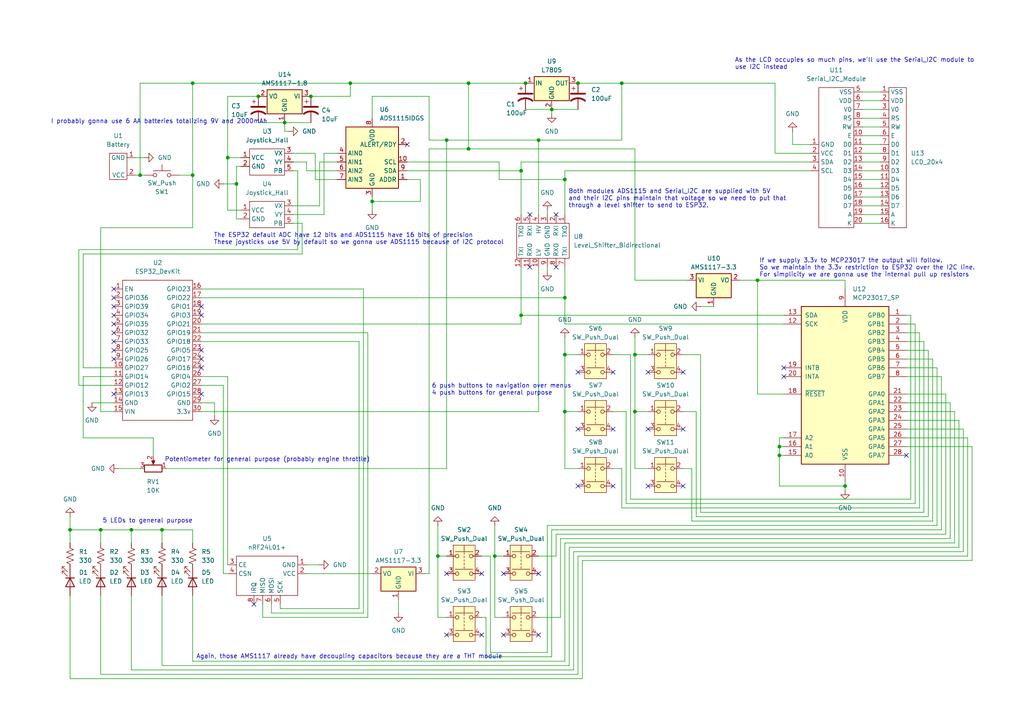
<source format=kicad_sch>
(kicad_sch (version 20250114) (generator "eeschema") (generator_version "9.0")
  (paper "A4")
  (title_block (title "Remote Control") (date "2025-09-07") (rev "0.0.1") (company "Breno Soares Alves"))
  (lib_symbols
    (symbol "Analog_ADC:ADS1115IDGS"
      (property "Reference" "U" (at 2.54 13.97 0))
      (property "Value" "ADS1115IDGS" (at 7.62 11.43 0))
      (symbol "ADS1115IDGS_1_1"
        (pin input line (at -10.16 2.54 0) (length 2.54) (name "AIN0") (number "4"))
        (pin input line (at -10.16 0 0) (length 2.54) (name "AIN1") (number "5"))
        (pin input line (at -10.16 -2.54 0) (length 2.54) (name "AIN2") (number "6"))
        (pin input line (at -10.16 -5.08 0) (length 2.54) (name "AIN3") (number "7"))
        (pin power_in line (at 0 12.7 270) (length 2.54) (name "VDD") (number "8"))
        (pin power_in line (at 0 -10.16 90) (length 2.54) (name "GND") (number "3"))
        (pin output line (at 10.16 5.08 180) (length 2.54) (name "ALERT/RDY") (number "2"))
        (pin input line (at 10.16 0 180) (length 2.54) (name "SCL") (number "10"))
        (pin bidirectional line (at 10.16 -2.54 180) (length 2.54) (name "SDA") (number "9"))
        (pin input line (at 10.16 -5.08 180) (length 2.54) (name "ADDR") (number "1"))
      )
    )
    (symbol "Device:C_Polarized_US" (pin_numbers (hide yes)) (pin_names (offset 0.254) (hide yes))
      (property "Reference" "C" (at 0.635 2.54 0))
      (property "Value" "C_Polarized_US" (at 0.635 -2.54 0))
      (symbol "C_Polarized_US_1_1"
        (pin passive line (at 0 3.81 270) (length 2.794) (name "~") (number "1"))
        (pin passive line (at 0 -3.81 90) (length 3.302) (name "~") (number "2"))
      )
    )
    (symbol "Device:LED" (pin_numbers (hide yes)) (pin_names (offset 1.016) (hide yes))
      (property "Reference" "D" (at 0 2.54 0))
      (property "Value" "LED" (at 0 -2.54 0))
      (symbol "LED_1_1"
        (pin passive line (at -3.81 0 0) (length 2.54) (name "K") (number "1"))
        (pin passive line (at 3.81 0 180) (length 2.54) (name "A") (number "2"))
      )
    )
    (symbol "Device:R_Potentiometer" (pin_names (offset 1.016) (hide yes))
      (property "Reference" "RV" (at -4.445 0 90))
      (property "Value" "R_Potentiometer" (at -2.54 0 90))
      (symbol "R_Potentiometer_1_1"
        (pin passive line (at 0 3.81 270) (length 1.27) (name "1") (number "1"))
        (pin passive line (at 0 -3.81 90) (length 1.27) (name "3") (number "3"))
        (pin passive line (at 3.81 0 180) (length 1.27) (name "2") (number "2"))
      )
    )
    (symbol "Device:R_US" (pin_numbers (hide yes)) (pin_names (offset 0))
      (property "Reference" "R" (at 2.54 0 90))
      (property "Value" "R_US" (at -2.54 0 90))
      (symbol "R_US_1_1"
        (pin passive line (at 0 3.81 270) (length 1.27) (name "~") (number "1"))
        (pin passive line (at 0 -3.81 90) (length 1.27) (name "~") (number "2"))
      )
    )
    (symbol "Interface_Expansion:MCP23017_SP" (pin_names (offset 1.016))
      (property "Reference" "U" (at -11.43 24.13 0))
      (property "Value" "MCP23017_SP" (at 0 0 0))
      (symbol "MCP23017_SP_1_1"
        (pin bidirectional line (at -17.78 20.32 0) (length 5.08) (name "SDA") (number "13"))
        (pin input line (at -17.78 17.78 0) (length 5.08) (name "SCK") (number "12"))
        (pin tri_state line (at -17.78 5.08 0) (length 5.08) (name "INTB") (number "19"))
        (pin tri_state line (at -17.78 2.54 0) (length 5.08) (name "INTA") (number "20"))
        (pin input line (at -17.78 -2.54 0) (length 5.08) (name "~{RESET}") (number "18"))
        (pin input line (at -17.78 -15.24 0) (length 5.08) (name "A2") (number "17"))
        (pin input line (at -17.78 -17.78 0) (length 5.08) (name "A1") (number "16"))
        (pin input line (at -17.78 -20.32 0) (length 5.08) (name "A0") (number "15"))
        (pin no_connect line (at -12.7 15.24 0) (length 5.08) (hide yes) (name "NC") (number "11"))
        (pin no_connect line (at -12.7 12.7 0) (length 5.08) (hide yes) (name "NC") (number "14"))
        (pin power_in line (at 0 27.94 270) (length 5.08) (name "VDD") (number "9"))
        (pin power_in line (at 0 -27.94 90) (length 5.08) (name "VSS") (number "10"))
        (pin bidirectional line (at 17.78 20.32 180) (length 5.08) (name "GPB0") (number "1"))
        (pin bidirectional line (at 17.78 17.78 180) (length 5.08) (name "GPB1") (number "2"))
        (pin bidirectional line (at 17.78 15.24 180) (length 5.08) (name "GPB2") (number "3"))
        (pin bidirectional line (at 17.78 12.7 180) (length 5.08) (name "GPB3") (number "4"))
        (pin bidirectional line (at 17.78 10.16 180) (length 5.08) (name "GPB4") (number "5"))
        (pin bidirectional line (at 17.78 7.62 180) (length 5.08) (name "GPB5") (number "6"))
        (pin bidirectional line (at 17.78 5.08 180) (length 5.08) (name "GPB6") (number "7"))
        (pin output line (at 17.78 2.54 180) (length 5.08) (name "GPB7") (number "8"))
        (pin bidirectional line (at 17.78 -2.54 180) (length 5.08) (name "GPA0") (number "21"))
        (pin bidirectional line (at 17.78 -5.08 180) (length 5.08) (name "GPA1") (number "22"))
        (pin bidirectional line (at 17.78 -7.62 180) (length 5.08) (name "GPA2") (number "23"))
        (pin bidirectional line (at 17.78 -10.16 180) (length 5.08) (name "GPA3") (number "24"))
        (pin bidirectional line (at 17.78 -12.7 180) (length 5.08) (name "GPA4") (number "25"))
        (pin bidirectional line (at 17.78 -15.24 180) (length 5.08) (name "GPA5") (number "26"))
        (pin bidirectional line (at 17.78 -17.78 180) (length 5.08) (name "GPA6") (number "27"))
        (pin output line (at 17.78 -20.32 180) (length 5.08) (name "GPA7") (number "28"))
      )
    )
    (symbol "Regulator_Linear:AMS1117-1.8"
      (property "Reference" "U" (at -3.81 3.175 0))
      (property "Value" "AMS1117-1.8" (at 0 3.175 0))
      (symbol "AMS1117-1.8_1_1"
        (pin power_in line (at -7.62 0 0) (length 2.54) (name "VI") (number "3"))
        (pin power_in line (at 0 -7.62 90) (length 2.54) (name "GND") (number "1"))
        (pin power_out line (at 7.62 0 180) (length 2.54) (name "VO") (number "2"))
      )
    )
    (symbol "Regulator_Linear:AMS1117-3.3"
      (property "Reference" "U" (at -3.81 3.175 0))
      (property "Value" "AMS1117-3.3" (at 0 3.175 0))
      (symbol "AMS1117-3.3_1_1"
        (pin power_in line (at -7.62 0 0) (length 2.54) (name "VI") (number "3"))
        (pin power_in line (at 0 -7.62 90) (length 2.54) (name "GND") (number "1"))
        (pin power_out line (at 7.62 0 180) (length 2.54) (name "VO") (number "2"))
      )
    )
    (symbol "Regulator_Linear:L7805" (pin_names (offset 0.254))
      (property "Reference" "U" (at -3.81 3.175 0))
      (property "Value" "L7805" (at 0 3.175 0))
      (symbol "L7805_1_1"
        (pin power_in line (at -7.62 0 0) (length 2.54) (name "IN") (number "1"))
        (pin power_in line (at 0 -7.62 90) (length 2.54) (name "GND") (number "2"))
        (pin power_out line (at 7.62 0 180) (length 2.54) (name "OUT") (number "3"))
      )
    )
    (symbol "Switch:SW_Push" (pin_numbers (hide yes)) (pin_names (offset 1.016) (hide yes))
      (property "Reference" "SW" (at 1.27 2.54 0))
      (property "Value" "SW_Push" (at 0 -1.524 0))
      (symbol "SW_Push_0_1"
        (pin passive line (at -5.08 0 0) (length 2.54) (name "1") (number "1"))
        (pin passive line (at 5.08 0 180) (length 2.54) (name "2") (number "2"))
      )
    )
    (symbol "Switch:SW_Push_Dual" (pin_names (offset 1.016) (hide yes))
      (property "Reference" "SW" (at 0 7.62 0))
      (property "Value" "SW_Push_Dual" (at 0 -6.35 0))
      (symbol "SW_Push_Dual_0_1"
        (pin passive line (at -5.08 2.54 0) (length 2.54) (name "1") (number "1"))
        (pin passive line (at -5.08 -2.54 0) (length 2.54) (name "3") (number "3"))
        (pin passive line (at 5.08 2.54 180) (length 2.54) (name "2") (number "2"))
        (pin passive line (at 5.08 -2.54 180) (length 2.54) (name "4") (number "4"))
      )
    )
    (symbol "airplane_comps:Battery"
      (property "Reference" "U" (at 0 7.62 0))
      (property "Value" "Battery" (at 0 5.08 0))
      (symbol "Battery_1_1"
        (pin bidirectional line (at 5.08 2.54 180) (length 2.54) (name "GND") (number "1"))
        (pin bidirectional line (at 5.08 -2.54 180) (length 2.54) (name "VCC") (number "2"))
      )
    )
    (symbol "airplane_comps:ESP32_DevKit"
      (property "Reference" "U" (at 0 24.13 0))
      (property "Value" "ESP32_DevKit" (at 0 21.59 0))
      (symbol "ESP32_DevKit_1_1"
        (pin bidirectional line (at -12.7 17.78 0) (length 2.54) (name "EN") (number "1"))
        (pin bidirectional line (at -12.7 15.24 0) (length 2.54) (name "GPIO36") (number "2"))
        (pin bidirectional line (at -12.7 12.7 0) (length 2.54) (name "GPIO39") (number "3"))
        (pin bidirectional line (at -12.7 10.16 0) (length 2.54) (name "GPIO34") (number "4"))
        (pin bidirectional line (at -12.7 7.62 0) (length 2.54) (name "GPIO35") (number "5"))
        (pin bidirectional line (at -12.7 5.08 0) (length 2.54) (name "GPIO32") (number "6"))
        (pin bidirectional line (at -12.7 2.54 0) (length 2.54) (name "GPIO33") (number "7"))
        (pin bidirectional line (at -12.7 0 0) (length 2.54) (name "GPIO25") (number "8"))
        (pin bidirectional line (at -12.7 -2.54 0) (length 2.54) (name "GPIO26") (number "9"))
        (pin bidirectional line (at -12.7 -5.08 0) (length 2.54) (name "GPIO27") (number "10"))
        (pin bidirectional line (at -12.7 -7.62 0) (length 2.54) (name "GPIO14") (number "11"))
        (pin bidirectional line (at -12.7 -10.16 0) (length 2.54) (name "GPIO12") (number "12"))
        (pin bidirectional line (at -12.7 -12.7 0) (length 2.54) (name "GPIO13") (number "13"))
        (pin bidirectional line (at -12.7 -15.24 0) (length 2.54) (name "GND") (number "14"))
        (pin bidirectional line (at -12.7 -17.78 0) (length 2.54) (name "VIN") (number "15"))
        (pin bidirectional line (at 12.7 17.78 180) (length 2.54) (name "GPIO23") (number "16"))
        (pin bidirectional line (at 12.7 15.24 180) (length 2.54) (name "GPIO22") (number "17"))
        (pin bidirectional line (at 12.7 12.7 180) (length 2.54) (name "GPIO1") (number "18"))
        (pin bidirectional line (at 12.7 10.16 180) (length 2.54) (name "GPIO3") (number "19"))
        (pin bidirectional line (at 12.7 7.62 180) (length 2.54) (name "GPIO21") (number "20"))
        (pin bidirectional line (at 12.7 5.08 180) (length 2.54) (name "GPIO19") (number "21"))
        (pin bidirectional line (at 12.7 2.54 180) (length 2.54) (name "GPIO18") (number "22"))
        (pin bidirectional line (at 12.7 0 180) (length 2.54) (name "GPIO5") (number "23"))
        (pin bidirectional line (at 12.7 -2.54 180) (length 2.54) (name "GPIO17") (number "24"))
        (pin bidirectional line (at 12.7 -5.08 180) (length 2.54) (name "GPIO16") (number "25"))
        (pin bidirectional line (at 12.7 -7.62 180) (length 2.54) (name "GPIO4") (number "26"))
        (pin bidirectional line (at 12.7 -10.16 180) (length 2.54) (name "GPIO2") (number "27"))
        (pin bidirectional line (at 12.7 -12.7 180) (length 2.54) (name "GPIO15") (number "28"))
        (pin bidirectional line (at 12.7 -15.24 180) (length 2.54) (name "GND") (number "29"))
        (pin bidirectional line (at 12.7 -17.78 180) (length 2.54) (name "3.3v") (number "30"))
      )
    )
    (symbol "airplane_comps:Joystick_Hall"
      (property "Reference" "U" (at 0 7.62 0))
      (property "Value" "Joystick_Hall" (at 0 5.08 0))
      (symbol "Joystick_Hall_1_1"
        (pin bidirectional line (at -7.62 1.27 0) (length 2.54) (name "VCC") (number "1"))
        (pin bidirectional line (at -7.62 -1.27 0) (length 2.54) (name "GND") (number "2"))
        (pin bidirectional line (at 7.62 2.54 180) (length 2.54) (name "VX") (number "3"))
        (pin bidirectional line (at 7.62 0 180) (length 2.54) (name "VY") (number "4"))
        (pin bidirectional line (at 7.62 -2.54 180) (length 2.54) (name "PB") (number "5"))
      )
    )
    (symbol "airplane_comps:LCD_20x4"
      (property "Reference" "U" (at 0 24.13 0))
      (property "Value" "LCD_20x4" (at 0 21.59 0))
      (symbol "LCD_20x4_1_1"
        (pin bidirectional line (at 5.08 19.05 180) (length 2.54) (name "VSS") (number "1"))
        (pin bidirectional line (at 5.08 16.51 180) (length 2.54) (name "VDD") (number "2"))
        (pin bidirectional line (at 5.08 13.97 180) (length 2.54) (name "V0") (number "3"))
        (pin bidirectional line (at 5.08 11.43 180) (length 2.54) (name "RS") (number "4"))
        (pin bidirectional line (at 5.08 8.89 180) (length 2.54) (name "RW") (number "5"))
        (pin bidirectional line (at 5.08 6.35 180) (length 2.54) (name "E") (number "6"))
        (pin bidirectional line (at 5.08 3.81 180) (length 2.54) (name "D0") (number "7"))
        (pin bidirectional line (at 5.08 1.27 180) (length 2.54) (name "D1") (number "8"))
        (pin bidirectional line (at 5.08 -1.27 180) (length 2.54) (name "D2") (number "9"))
        (pin bidirectional line (at 5.08 -3.81 180) (length 2.54) (name "D3") (number "10"))
        (pin bidirectional line (at 5.08 -6.35 180) (length 2.54) (name "D4") (number "11"))
        (pin bidirectional line (at 5.08 -8.89 180) (length 2.54) (name "D5") (number "12"))
        (pin bidirectional line (at 5.08 -11.43 180) (length 2.54) (name "D6") (number "13"))
        (pin bidirectional line (at 5.08 -13.97 180) (length 2.54) (name "D7") (number "14"))
        (pin bidirectional line (at 5.08 -16.51 180) (length 2.54) (name "A") (number "15"))
        (pin bidirectional line (at 5.08 -19.05 180) (length 2.54) (name "K") (number "16"))
      )
    )
    (symbol "airplane_comps:Level_Shifter_Bidirectional"
      (property "Reference" "U" (at 0 11.43 0))
      (property "Value" "Level_Shifter_Bidirectional" (at 0 8.89 0))
      (symbol "Level_Shifter_Bidirectional_1_1"
        (pin bidirectional line (at -7.62 6.35 0) (length 2.54) (name "TXO") (number "1"))
        (pin bidirectional line (at -7.62 3.81 0) (length 2.54) (name "RXI") (number "2"))
        (pin bidirectional line (at -7.62 1.27 0) (length 2.54) (name "GND") (number "3"))
        (pin bidirectional line (at -7.62 -1.27 0) (length 2.54) (name "HV") (number "4"))
        (pin bidirectional line (at -7.62 -3.81 0) (length 2.54) (name "RXI") (number "5"))
        (pin bidirectional line (at -7.62 -6.35 0) (length 2.54) (name "TXO") (number "6"))
        (pin bidirectional line (at 7.62 6.35 180) (length 2.54) (name "TXI") (number "7"))
        (pin bidirectional line (at 7.62 3.81 180) (length 2.54) (name "RXO") (number "8"))
        (pin bidirectional line (at 7.62 1.27 180) (length 2.54) (name "GND") (number "9"))
        (pin bidirectional line (at 7.62 -1.27 180) (length 2.54) (name "LV") (number "10"))
        (pin bidirectional line (at 7.62 -3.81 180) (length 2.54) (name "RXO") (number "11"))
        (pin bidirectional line (at 7.62 -6.35 180) (length 2.54) (name "TXI") (number "12"))
      )
    )
    (symbol "airplane_comps:Serial_I2C_Module"
      (property "Reference" "U" (at 0 24.13 0))
      (property "Value" "Serial_I2C_Module" (at 0 21.59 0))
      (symbol "Serial_I2C_Module_1_1"
        (pin bidirectional line (at -7.62 3.81 0) (length 2.54) (name "GND") (number "1"))
        (pin bidirectional line (at -7.62 1.27 0) (length 2.54) (name "VCC") (number "2"))
        (pin bidirectional line (at -7.62 -1.27 0) (length 2.54) (name "SDA") (number "3"))
        (pin bidirectional line (at -7.62 -3.81 0) (length 2.54) (name "SCL") (number "4"))
        (pin bidirectional line (at 7.62 19.05 180) (length 2.54) (name "VSS") (number "5"))
        (pin bidirectional line (at 7.62 16.51 180) (length 2.54) (name "VDD") (number "6"))
        (pin bidirectional line (at 7.62 13.97 180) (length 2.54) (name "V0") (number "7"))
        (pin bidirectional line (at 7.62 11.43 180) (length 2.54) (name "RS") (number "8"))
        (pin bidirectional line (at 7.62 8.89 180) (length 2.54) (name "RW") (number "9"))
        (pin bidirectional line (at 7.62 6.35 180) (length 2.54) (name "E") (number "10"))
        (pin bidirectional line (at 7.62 3.81 180) (length 2.54) (name "D0") (number "11"))
        (pin bidirectional line (at 7.62 1.27 180) (length 2.54) (name "D1") (number "12"))
        (pin bidirectional line (at 7.62 -1.27 180) (length 2.54) (name "D2") (number "13"))
        (pin bidirectional line (at 7.62 -3.81 180) (length 2.54) (name "D3") (number "14"))
        (pin bidirectional line (at 7.62 -6.35 180) (length 2.54) (name "D4") (number "15"))
        (pin bidirectional line (at 7.62 -8.89 180) (length 2.54) (name "D5") (number "16"))
        (pin bidirectional line (at 7.62 -11.43 180) (length 2.54) (name "D6") (number "17"))
        (pin bidirectional line (at 7.62 -13.97 180) (length 2.54) (name "D7") (number "18"))
        (pin bidirectional line (at 7.62 -16.51 180) (length 2.54) (name "A") (number "19"))
        (pin bidirectional line (at 7.62 -19.05 180) (length 2.54) (name "K") (number "20"))
      )
    )
    (symbol "airplane_comps:nRF24L01+"
      (property "Reference" "U" (at 0 8.89 0))
      (property "Value" "nRF24L01+" (at 0 6.35 0))
      (symbol "nRF24L01+_1_1"
        (pin bidirectional line (at -11.43 2.54 0) (length 2.54) (name "GND") (number "1"))
        (pin bidirectional line (at -11.43 0 0) (length 2.54) (name "VCC") (number "2"))
        (pin bidirectional line (at -3.81 -8.89 90) (length 2.54) (name "SCK") (number "5"))
        (pin bidirectional line (at -1.27 -8.89 90) (length 2.54) (name "MOSI") (number "6"))
        (pin bidirectional line (at 1.27 -8.89 90) (length 2.54) (name "MISO") (number "7"))
        (pin bidirectional line (at 3.81 -8.89 90) (length 2.54) (name "IRQ") (number "8"))
        (pin bidirectional line (at 11.43 2.54 180) (length 2.54) (name "CE") (number "3"))
        (pin bidirectional line (at 11.43 0 180) (length 2.54) (name "CSN") (number "4"))
      )
    )
    (symbol "power:GND" (power) (pin_numbers (hide yes)) (pin_names (offset 0) (hide yes))
      (property "Value" "GND" (at 0 -3.81 0))
      (symbol "GND_1_1"
        (pin power_in line (at 0 0 270) (length 0) (name "~") (number "1"))
      )
    )
  )
  (text "I probably gonna use 6 AA batteries totalizing 9V and 2000mAh" (at 14.732 35.306 0) (effects (font (size 1.27 1.27)) (justify left)))
  (text "The ESP32 default ADC have 12 bits and ADS1115 have 16 bits of precision\nThese joysticks use 5V by default so we gonna use ADS1115 because of I2C protocol" (at 61.976 69.342 0) (effects (font (size 1.27 1.27)) (justify left)))
  (text "Again, those AMS1117 already have decoupling capacitors because they are a THT module\n" (at 56.896 190.5 0) (effects (font (size 1.27 1.27)) (justify left)))
  (text "Potentiometer for general purpose (probably engine throttle)" (at 47.752 133.35 0) (effects (font (size 1.27 1.27)) (justify left)))
  (text "Both modules ADS1115 and Serial_I2C are supplied with 5V\nand their I2C pins maintain that voltage so we need to put that\nthrough a level shifter to send to ESP32." (at 164.846 57.658 0) (effects (font (size 1.27 1.27)) (justify left)))
  (text "As the LCD occupies so much pins, we'll use the Serial_I2C module to\nuse I2C instead" (at 213.106 18.542 0) (effects (font (size 1.27 1.27)) (justify left)))
  (text "5 LEDs to general purpose" (at 29.718 151.13 0) (effects (font (size 1.27 1.27)) (justify left)))
  (text "6 push buttons to navigation over menus\n4 push buttons for general purpose" (at 125.222 113.03 0) (effects (font (size 1.27 1.27)) (justify left)))
  (text "If we supply 3.3v to MCP23017 the output will follow.\nSo we maintain the 3.3v restriction to ESP32 over the I2C line.\nFor simplicity we are gonna use the internal pull up resistors" (at 220.218 77.724 0) (effects (font (size 1.27 1.27)) (justify left)))
  (junction (at 135.89 24.13))
  (junction (at 143.51 161.29))
  (junction (at 46.99 153.67))
  (junction (at 20.32 153.67))
  (junction (at 226.06 132.08))
  (junction (at 163.83 86.36))
  (junction (at 82.55 35.56))
  (junction (at 180.34 24.13))
  (junction (at 163.83 102.87))
  (junction (at 245.11 140.97))
  (junction (at 66.04 45.72))
  (junction (at 129.54 40.64))
  (junction (at 156.21 40.64))
  (junction (at 184.15 102.87))
  (junction (at 184.15 119.38))
  (junction (at 163.83 119.38))
  (junction (at 151.13 91.44))
  (junction (at 107.95 58.42))
  (junction (at 160.02 31.75))
  (junction (at 74.93 27.94))
  (junction (at 55.88 24.13))
  (junction (at 219.71 81.28))
  (junction (at 40.64 50.8))
  (junction (at 38.1 153.67))
  (junction (at 163.83 52.07))
  (junction (at 55.88 50.8))
  (junction (at 151.13 49.53))
  (junction (at 135.89 43.18))
  (junction (at 101.6 24.13))
  (junction (at 226.06 129.54))
  (junction (at 90.17 27.94))
  (junction (at 167.64 24.13))
  (junction (at 29.21 153.67))
  (junction (at 152.4 24.13))
  (junction (at 127 161.29))
  (junction (at 68.58 53.34))
  (no_connect (at 33.02 93.98))
  (no_connect (at 33.02 88.9))
  (no_connect (at 33.02 86.36))
  (no_connect (at 177.8 140.97))
  (no_connect (at 167.64 124.46))
  (no_connect (at 177.8 124.46))
  (no_connect (at 153.67 77.47))
  (no_connect (at 262.89 132.08))
  (no_connect (at 58.42 114.3))
  (no_connect (at 153.67 62.23))
  (no_connect (at 198.12 140.97))
  (no_connect (at 167.64 140.97))
  (no_connect (at 187.96 140.97))
  (no_connect (at 33.02 101.6))
  (no_connect (at 139.7 166.37))
  (no_connect (at 73.66 175.26))
  (no_connect (at 187.96 107.95))
  (no_connect (at 146.05 166.37))
  (no_connect (at 139.7 184.15))
  (no_connect (at 161.29 77.47))
  (no_connect (at 33.02 99.06))
  (no_connect (at 129.54 184.15))
  (no_connect (at 33.02 96.52))
  (no_connect (at 33.02 114.3))
  (no_connect (at 156.21 166.37))
  (no_connect (at 58.42 104.14))
  (no_connect (at 33.02 104.14))
  (no_connect (at 187.96 124.46))
  (no_connect (at 161.29 62.23))
  (no_connect (at 58.42 91.44))
  (no_connect (at 198.12 124.46))
  (no_connect (at 227.33 109.22))
  (no_connect (at 167.64 107.95))
  (no_connect (at 33.02 91.44))
  (no_connect (at 58.42 101.6))
  (no_connect (at 118.11 41.91))
  (no_connect (at 58.42 88.9))
  (no_connect (at 58.42 106.68))
  (no_connect (at 129.54 166.37))
  (no_connect (at 227.33 106.68))
  (no_connect (at 146.05 184.15))
  (no_connect (at 156.21 184.15))
  (no_connect (at 33.02 83.82))
  (no_connect (at 198.12 107.95))
  (no_connect (at 177.8 107.95))
  (wire (pts (xy 140.97 179.07) (xy 139.7 179.07)))
  (wire (pts (xy 250.19 39.37) (xy 255.27 39.37)))
  (wire (pts (xy 245.11 140.97) (xy 245.11 142.24)))
  (wire (pts (xy 85.09 49.53) (xy 86.36 49.53)))
  (wire (pts (xy 127 161.29) (xy 129.54 161.29)))
  (wire (pts (xy 269.24 149.86) (xy 269.24 101.6)))
  (wire (pts (xy 29.21 195.58) (xy 167.64 195.58)))
  (wire (pts (xy 156.21 40.64) (xy 129.54 40.64)))
  (wire (pts (xy 107.95 57.15) (xy 107.95 58.42)))
  (wire (pts (xy 55.88 24.13) (xy 40.64 24.13)))
  (wire (pts (xy 226.06 127) (xy 226.06 129.54)))
  (wire (pts (xy 55.88 66.04) (xy 29.21 66.04)))
  (wire (pts (xy 226.06 129.54) (xy 227.33 129.54)))
  (wire (pts (xy 24.13 109.22) (xy 24.13 127)))
  (wire (pts (xy 78.74 177.8) (xy 105.41 177.8)))
  (wire (pts (xy 86.36 72.39) (xy 22.86 72.39)))
  (wire (pts (xy 66.04 45.72) (xy 66.04 60.96)))
  (wire (pts (xy 66.04 163.83) (xy 66.04 109.22)))
  (wire (pts (xy 265.43 146.05) (xy 265.43 93.98)))
  (wire (pts (xy 104.14 176.53) (xy 104.14 99.06)))
  (wire (pts (xy 177.8 119.38) (xy 181.61 119.38)))
  (wire (pts (xy 29.21 157.48) (xy 29.21 153.67)))
  (wire (pts (xy 269.24 101.6) (xy 262.89 101.6)))
  (wire (pts (xy 167.64 195.58) (xy 167.64 161.29)))
  (wire (pts (xy 184.15 135.89) (xy 187.96 135.89)))
  (wire (pts (xy 198.12 135.89) (xy 200.66 135.89)))
  (wire (pts (xy 20.32 153.67) (xy 20.32 157.48)))
  (wire (pts (xy 22.86 111.76) (xy 33.02 111.76)))
  (wire (pts (xy 62.23 120.65) (xy 62.23 116.84)))
  (wire (pts (xy 275.59 116.84) (xy 275.59 156.21)))
  (wire (pts (xy 273.05 109.22) (xy 273.05 153.67)))
  (wire (pts (xy 24.13 106.68) (xy 33.02 106.68)))
  (wire (pts (xy 163.83 102.87) (xy 167.64 102.87)))
  (wire (pts (xy 20.32 196.85) (xy 20.32 172.72)))
  (wire (pts (xy 250.19 34.29) (xy 255.27 34.29)))
  (wire (pts (xy 64.77 53.34) (xy 68.58 53.34)))
  (wire (pts (xy 52.07 50.8) (xy 55.88 50.8)))
  (wire (pts (xy 250.19 26.67) (xy 255.27 26.67)))
  (wire (pts (xy 127 152.4) (xy 127 161.29)))
  (wire (pts (xy 227.33 127) (xy 226.06 127)))
  (wire (pts (xy 184.15 102.87) (xy 184.15 119.38)))
  (wire (pts (xy 203.2 102.87) (xy 203.2 148.59)))
  (wire (pts (xy 184.15 102.87) (xy 187.96 102.87)))
  (wire (pts (xy 143.51 161.29) (xy 146.05 161.29)))
  (wire (pts (xy 156.21 77.47) (xy 156.21 119.38)))
  (wire (pts (xy 156.21 62.23) (xy 156.21 40.64)))
  (wire (pts (xy 250.19 64.77) (xy 255.27 64.77)))
  (wire (pts (xy 163.83 49.53) (xy 234.95 49.53)))
  (wire (pts (xy 224.79 24.13) (xy 224.79 44.45)))
  (wire (pts (xy 229.87 38.1) (xy 229.87 41.91)))
  (wire (pts (xy 160.02 153.67) (xy 273.05 153.67)))
  (wire (pts (xy 163.83 49.53) (xy 163.83 52.07)))
  (wire (pts (xy 81.28 175.26) (xy 81.28 176.53)))
  (wire (pts (xy 281.94 129.54) (xy 281.94 162.56)))
  (wire (pts (xy 124.46 40.64) (xy 124.46 27.94)))
  (wire (pts (xy 201.93 149.86) (xy 269.24 149.86)))
  (wire (pts (xy 66.04 45.72) (xy 69.85 45.72)))
  (wire (pts (xy 22.86 72.39) (xy 22.86 111.76)))
  (wire (pts (xy 124.46 27.94) (xy 107.95 27.94)))
  (wire (pts (xy 226.06 140.97) (xy 245.11 140.97)))
  (wire (pts (xy 66.04 60.96) (xy 69.85 60.96)))
  (wire (pts (xy 85.09 59.69) (xy 92.71 59.69)))
  (wire (pts (xy 226.06 129.54) (xy 226.06 132.08)))
  (wire (pts (xy 124.46 43.18) (xy 124.46 166.37)))
  (wire (pts (xy 20.32 153.67) (xy 29.21 153.67)))
  (wire (pts (xy 264.16 144.78) (xy 264.16 91.44)))
  (wire (pts (xy 262.89 104.14) (xy 270.51 104.14)))
  (wire (pts (xy 229.87 41.91) (xy 234.95 41.91)))
  (wire (pts (xy 46.99 153.67) (xy 55.88 153.67)))
  (wire (pts (xy 177.8 102.87) (xy 182.88 102.87)))
  (wire (pts (xy 38.1 153.67) (xy 46.99 153.67)))
  (wire (pts (xy 135.89 43.18) (xy 184.15 43.18)))
  (wire (pts (xy 93.98 44.45) (xy 93.98 62.23)))
  (wire (pts (xy 78.74 175.26) (xy 78.74 177.8)))
  (wire (pts (xy 46.99 172.72) (xy 46.99 193.04)))
  (wire (pts (xy 162.56 156.21) (xy 275.59 156.21)))
  (wire (pts (xy 165.1 193.04) (xy 165.1 158.75)))
  (wire (pts (xy 266.7 147.32) (xy 266.7 96.52)))
  (wire (pts (xy 144.78 52.07) (xy 163.83 52.07)))
  (wire (pts (xy 198.12 119.38) (xy 201.93 119.38)))
  (wire (pts (xy 267.97 148.59) (xy 267.97 99.06)))
  (wire (pts (xy 124.46 166.37) (xy 123.19 166.37)))
  (wire (pts (xy 62.23 116.84) (xy 58.42 116.84)))
  (wire (pts (xy 81.28 176.53) (xy 104.14 176.53)))
  (wire (pts (xy 129.54 40.64) (xy 124.46 40.64)))
  (wire (pts (xy 273.05 109.22) (xy 262.89 109.22)))
  (wire (pts (xy 156.21 40.64) (xy 180.34 40.64)))
  (wire (pts (xy 163.83 93.98) (xy 163.83 86.36)))
  (wire (pts (xy 46.99 193.04) (xy 165.1 193.04)))
  (wire (pts (xy 262.89 119.38) (xy 276.86 119.38)))
  (wire (pts (xy 271.78 106.68) (xy 271.78 152.4)))
  (wire (pts (xy 270.51 151.13) (xy 270.51 104.14)))
  (wire (pts (xy 151.13 77.47) (xy 151.13 91.44)))
  (wire (pts (xy 88.9 46.99) (xy 88.9 49.53)))
  (wire (pts (xy 142.24 161.29) (xy 142.24 189.23)))
  (wire (pts (xy 200.66 151.13) (xy 270.51 151.13)))
  (wire (pts (xy 181.61 119.38) (xy 181.61 146.05)))
  (wire (pts (xy 83.82 38.1) (xy 82.55 38.1)))
  (wire (pts (xy 29.21 66.04) (xy 29.21 119.38)))
  (wire (pts (xy 158.75 152.4) (xy 271.78 152.4)))
  (wire (pts (xy 101.6 24.13) (xy 101.6 27.94)))
  (wire (pts (xy 278.13 158.75) (xy 278.13 121.92)))
  (wire (pts (xy 224.79 44.45) (xy 234.95 44.45)))
  (wire (pts (xy 85.09 46.99) (xy 88.9 46.99)))
  (wire (pts (xy 29.21 172.72) (xy 29.21 195.58)))
  (wire (pts (xy 168.91 162.56) (xy 168.91 196.85)))
  (wire (pts (xy 262.89 124.46) (xy 279.4 124.46)))
  (wire (pts (xy 250.19 36.83) (xy 255.27 36.83)))
  (wire (pts (xy 129.54 135.89) (xy 48.26 135.89)))
  (wire (pts (xy 163.83 119.38) (xy 163.83 135.89)))
  (wire (pts (xy 184.15 43.18) (xy 184.15 81.28)))
  (wire (pts (xy 121.92 52.07) (xy 121.92 58.42)))
  (wire (pts (xy 180.34 24.13) (xy 224.79 24.13)))
  (wire (pts (xy 135.89 24.13) (xy 135.89 43.18)))
  (wire (pts (xy 250.19 44.45) (xy 255.27 44.45)))
  (wire (pts (xy 166.37 194.31) (xy 38.1 194.31)))
  (wire (pts (xy 266.7 96.52) (xy 262.89 96.52)))
  (wire (pts (xy 163.83 97.79) (xy 163.83 102.87)))
  (wire (pts (xy 85.09 62.23) (xy 93.98 62.23)))
  (wire (pts (xy 58.42 86.36) (xy 163.83 86.36)))
  (wire (pts (xy 160.02 31.75) (xy 160.02 33.02)))
  (wire (pts (xy 163.83 77.47) (xy 163.83 86.36)))
  (wire (pts (xy 64.77 111.76) (xy 64.77 166.37)))
  (wire (pts (xy 91.44 44.45) (xy 91.44 52.07)))
  (wire (pts (xy 262.89 129.54) (xy 281.94 129.54)))
  (wire (pts (xy 20.32 149.86) (xy 20.32 153.67)))
  (wire (pts (xy 55.88 191.77) (xy 163.83 191.77)))
  (wire (pts (xy 39.37 50.8) (xy 40.64 50.8)))
  (wire (pts (xy 85.09 64.77) (xy 87.63 64.77)))
  (wire (pts (xy 55.88 50.8) (xy 55.88 24.13)))
  (wire (pts (xy 55.88 24.13) (xy 101.6 24.13)))
  (wire (pts (xy 142.24 161.29) (xy 139.7 161.29)))
  (wire (pts (xy 91.44 52.07) (xy 97.79 52.07)))
  (wire (pts (xy 181.61 146.05) (xy 265.43 146.05)))
  (wire (pts (xy 279.4 124.46) (xy 279.4 160.02)))
  (wire (pts (xy 127 161.29) (xy 127 179.07)))
  (wire (pts (xy 276.86 157.48) (xy 163.83 157.48)))
  (wire (pts (xy 180.34 40.64) (xy 180.34 24.13)))
  (wire (pts (xy 161.29 154.94) (xy 274.32 154.94)))
  (wire (pts (xy 274.32 114.3) (xy 274.32 154.94)))
  (wire (pts (xy 158.75 152.4) (xy 158.75 189.23)))
  (wire (pts (xy 118.11 49.53) (xy 151.13 49.53)))
  (wire (pts (xy 203.2 148.59) (xy 267.97 148.59)))
  (wire (pts (xy 58.42 111.76) (xy 64.77 111.76)))
  (wire (pts (xy 250.19 46.99) (xy 255.27 46.99)))
  (wire (pts (xy 93.98 44.45) (xy 97.79 44.45)))
  (wire (pts (xy 24.13 73.66) (xy 24.13 106.68)))
  (wire (pts (xy 143.51 152.4) (xy 143.51 161.29)))
  (wire (pts (xy 262.89 116.84) (xy 275.59 116.84)))
  (wire (pts (xy 40.64 24.13) (xy 40.64 50.8)))
  (wire (pts (xy 85.09 44.45) (xy 91.44 44.45)))
  (wire (pts (xy 106.68 179.07) (xy 76.2 179.07)))
  (wire (pts (xy 219.71 114.3) (xy 219.71 81.28)))
  (wire (pts (xy 163.83 102.87) (xy 163.83 119.38)))
  (wire (pts (xy 38.1 194.31) (xy 38.1 172.72)))
  (wire (pts (xy 184.15 119.38) (xy 187.96 119.38)))
  (wire (pts (xy 140.97 179.07) (xy 140.97 190.5)))
  (wire (pts (xy 44.45 127) (xy 24.13 127)))
  (wire (pts (xy 152.4 31.75) (xy 160.02 31.75)))
  (wire (pts (xy 55.88 153.67) (xy 55.88 157.48)))
  (wire (pts (xy 250.19 49.53) (xy 255.27 49.53)))
  (wire (pts (xy 250.19 41.91) (xy 255.27 41.91)))
  (wire (pts (xy 34.29 135.89) (xy 40.64 135.89)))
  (wire (pts (xy 280.67 127) (xy 262.89 127)))
  (wire (pts (xy 271.78 106.68) (xy 262.89 106.68)))
  (wire (pts (xy 267.97 99.06) (xy 262.89 99.06)))
  (wire (pts (xy 26.67 116.84) (xy 33.02 116.84)))
  (wire (pts (xy 38.1 153.67) (xy 29.21 153.67)))
  (wire (pts (xy 250.19 62.23) (xy 255.27 62.23)))
  (wire (pts (xy 264.16 91.44) (xy 262.89 91.44)))
  (wire (pts (xy 250.19 31.75) (xy 255.27 31.75)))
  (wire (pts (xy 127 179.07) (xy 129.54 179.07)))
  (wire (pts (xy 107.95 27.94) (xy 107.95 34.29)))
  (wire (pts (xy 245.11 139.7) (xy 245.11 140.97)))
  (wire (pts (xy 227.33 91.44) (xy 151.13 91.44)))
  (wire (pts (xy 107.95 58.42) (xy 107.95 60.96)))
  (wire (pts (xy 160.02 31.75) (xy 167.64 31.75)))
  (wire (pts (xy 106.68 96.52) (xy 106.68 179.07)))
  (wire (pts (xy 250.19 29.21) (xy 255.27 29.21)))
  (wire (pts (xy 92.71 46.99) (xy 97.79 46.99)))
  (wire (pts (xy 278.13 121.92) (xy 262.89 121.92)))
  (wire (pts (xy 24.13 109.22) (xy 33.02 109.22)))
  (wire (pts (xy 158.75 77.47) (xy 158.75 78.74)))
  (wire (pts (xy 115.57 173.99) (xy 115.57 177.8)))
  (wire (pts (xy 101.6 27.94) (xy 90.17 27.94)))
  (wire (pts (xy 143.51 179.07) (xy 146.05 179.07)))
  (wire (pts (xy 281.94 162.56) (xy 168.91 162.56)))
  (wire (pts (xy 163.83 157.48) (xy 163.83 191.77)))
  (wire (pts (xy 55.88 191.77) (xy 55.88 172.72)))
  (wire (pts (xy 87.63 64.77) (xy 87.63 73.66)))
  (wire (pts (xy 182.88 144.78) (xy 264.16 144.78)))
  (wire (pts (xy 168.91 196.85) (xy 20.32 196.85)))
  (wire (pts (xy 156.21 161.29) (xy 161.29 161.29)))
  (wire (pts (xy 40.64 50.8) (xy 41.91 50.8)))
  (wire (pts (xy 64.77 166.37) (xy 66.04 166.37)))
  (wire (pts (xy 250.19 57.15) (xy 255.27 57.15)))
  (wire (pts (xy 121.92 58.42) (xy 107.95 58.42)))
  (wire (pts (xy 163.83 135.89) (xy 167.64 135.89)))
  (wire (pts (xy 101.6 24.13) (xy 135.89 24.13)))
  (wire (pts (xy 227.33 93.98) (xy 163.83 93.98)))
  (wire (pts (xy 201.93 119.38) (xy 201.93 149.86)))
  (wire (pts (xy 87.63 73.66) (xy 24.13 73.66)))
  (wire (pts (xy 88.9 166.37) (xy 107.95 166.37)))
  (wire (pts (xy 58.42 99.06) (xy 104.14 99.06)))
  (wire (pts (xy 245.11 81.28) (xy 245.11 83.82)))
  (wire (pts (xy 151.13 93.98) (xy 58.42 93.98)))
  (wire (pts (xy 151.13 49.53) (xy 151.13 46.99)))
  (wire (pts (xy 46.99 153.67) (xy 46.99 157.48)))
  (wire (pts (xy 92.71 46.99) (xy 92.71 59.69)))
  (wire (pts (xy 58.42 109.22) (xy 66.04 109.22)))
  (wire (pts (xy 250.19 54.61) (xy 255.27 54.61)))
  (wire (pts (xy 88.9 49.53) (xy 97.79 49.53)))
  (wire (pts (xy 140.97 190.5) (xy 160.02 190.5)))
  (wire (pts (xy 198.12 102.87) (xy 203.2 102.87)))
  (wire (pts (xy 265.43 93.98) (xy 262.89 93.98)))
  (wire (pts (xy 142.24 189.23) (xy 158.75 189.23)))
  (wire (pts (xy 92.71 163.83) (xy 88.9 163.83)))
  (wire (pts (xy 118.11 52.07) (xy 121.92 52.07)))
  (wire (pts (xy 82.55 35.56) (xy 90.17 35.56)))
  (wire (pts (xy 160.02 153.67) (xy 160.02 190.5)))
  (wire (pts (xy 105.41 177.8) (xy 105.41 83.82)))
  (wire (pts (xy 165.1 158.75) (xy 278.13 158.75)))
  (wire (pts (xy 219.71 81.28) (xy 245.11 81.28)))
  (wire (pts (xy 167.64 24.13) (xy 180.34 24.13)))
  (wire (pts (xy 76.2 179.07) (xy 76.2 175.26)))
  (wire (pts (xy 163.83 119.38) (xy 167.64 119.38)))
  (wire (pts (xy 124.46 43.18) (xy 135.89 43.18)))
  (wire (pts (xy 39.37 45.72) (xy 41.91 45.72)))
  (wire (pts (xy 74.93 27.94) (xy 66.04 27.94)))
  (wire (pts (xy 58.42 96.52) (xy 106.68 96.52)))
  (wire (pts (xy 226.06 132.08) (xy 227.33 132.08)))
  (wire (pts (xy 86.36 49.53) (xy 86.36 72.39)))
  (wire (pts (xy 135.89 24.13) (xy 152.4 24.13)))
  (wire (pts (xy 203.2 88.9) (xy 207.01 88.9)))
  (wire (pts (xy 180.34 147.32) (xy 266.7 147.32)))
  (wire (pts (xy 162.56 156.21) (xy 162.56 179.07)))
  (wire (pts (xy 156.21 119.38) (xy 58.42 119.38)))
  (wire (pts (xy 105.41 83.82) (xy 58.42 83.82)))
  (wire (pts (xy 143.51 161.29) (xy 143.51 179.07)))
  (wire (pts (xy 214.63 81.28) (xy 219.71 81.28)))
  (wire (pts (xy 55.88 50.8) (xy 55.88 66.04)))
  (wire (pts (xy 161.29 154.94) (xy 161.29 161.29)))
  (wire (pts (xy 68.58 53.34) (xy 68.58 48.26)))
  (wire (pts (xy 68.58 63.5) (xy 68.58 53.34)))
  (wire (pts (xy 158.75 60.96) (xy 158.75 62.23)))
  (wire (pts (xy 74.93 35.56) (xy 82.55 35.56)))
  (wire (pts (xy 250.19 59.69) (xy 255.27 59.69)))
  (wire (pts (xy 151.13 91.44) (xy 151.13 93.98)))
  (wire (pts (xy 38.1 157.48) (xy 38.1 153.67)))
  (wire (pts (xy 279.4 160.02) (xy 166.37 160.02)))
  (wire (pts (xy 68.58 48.26) (xy 69.85 48.26)))
  (wire (pts (xy 151.13 62.23) (xy 151.13 49.53)))
  (wire (pts (xy 177.8 135.89) (xy 180.34 135.89)))
  (wire (pts (xy 184.15 119.38) (xy 184.15 135.89)))
  (wire (pts (xy 280.67 161.29) (xy 280.67 127)))
  (wire (pts (xy 151.13 46.99) (xy 234.95 46.99)))
  (wire (pts (xy 274.32 114.3) (xy 262.89 114.3)))
  (wire (pts (xy 29.21 119.38) (xy 33.02 119.38)))
  (wire (pts (xy 156.21 179.07) (xy 162.56 179.07)))
  (wire (pts (xy 184.15 97.79) (xy 184.15 102.87)))
  (wire (pts (xy 129.54 40.64) (xy 129.54 135.89)))
  (wire (pts (xy 180.34 135.89) (xy 180.34 147.32)))
  (wire (pts (xy 44.45 132.08) (xy 44.45 127)))
  (wire (pts (xy 226.06 132.08) (xy 226.06 140.97)))
  (wire (pts (xy 66.04 27.94) (xy 66.04 45.72)))
  (wire (pts (xy 200.66 135.89) (xy 200.66 151.13)))
  (wire (pts (xy 144.78 46.99) (xy 144.78 52.07)))
  (wire (pts (xy 250.19 52.07) (xy 255.27 52.07)))
  (wire (pts (xy 167.64 161.29) (xy 280.67 161.29)))
  (wire (pts (xy 82.55 35.56) (xy 82.55 38.1)))
  (wire (pts (xy 163.83 52.07) (xy 163.83 62.23)))
  (wire (pts (xy 166.37 160.02) (xy 166.37 194.31)))
  (wire (pts (xy 227.33 114.3) (xy 219.71 114.3)))
  (wire (pts (xy 184.15 81.28) (xy 199.39 81.28)))
  (wire (pts (xy 182.88 102.87) (xy 182.88 144.78)))
  (wire (pts (xy 118.11 46.99) (xy 144.78 46.99)))
  (wire (pts (xy 276.86 119.38) (xy 276.86 157.48)))
  (wire (pts (xy 69.85 63.5) (xy 68.58 63.5)))
  (symbol (lib_id "Device:LED") (at 20.32 168.91 270) (unit 1)
    (property "Reference" "D1" (at 22.86 166.0524 90) (effects (justify left)))
    (property "Value" "LED" (at 22.86 168.5924 90) (effects (justify left)))
    (property "Footprint" "LED_THT:LED_D3.0mm" (effects (hide yes)))
    (property "Description" "Light emitting diode" (effects (hide yes)))
    (property "Sim.Pins" "1=K 2=A" (effects (hide yes)))
  )
  (symbol (lib_id "airplane_comps:Battery") (at 34.29 48.26 0) (unit 1)
    (property "Reference" "U1" (at 34.29 39.37 0))
    (property "Value" "Battery" (at 34.29 41.91 0))
    (property "Footprint" "TerminalBlock:TerminalBlock_bornier-2_P5.08mm" (effects (hide yes)))
  )
  (symbol (lib_id "power:GND") (at 26.67 116.84 0) (unit 1)
    (property "Reference" "#PWR02" (effects (hide yes)))
    (property "Value" "GND" (at 26.67 121.92 0))
    (property "Description" "Power symbol creates a global label with name \"GND\" , ground" (effects (hide yes)))
  )
  (symbol (lib_id "Device:R_US") (at 29.21 161.29 0) (unit 1)
    (property "Reference" "R2" (at 31.75 160.0199 0) (effects (justify left)))
    (property "Value" "330" (at 31.75 162.5599 0) (effects (justify left)))
    (property "Footprint" "Resistor_THT:R_Axial_DIN0204_L3.6mm_D1.6mm_P5.08mm_Horizontal" (effects (hide yes)))
    (property "Description" "Resistor, US symbol" (effects (hide yes)))
  )
  (symbol (lib_id "power:GND") (at 20.32 149.86 180) (unit 1)
    (property "Reference" "#PWR01" (effects (hide yes)))
    (property "Value" "GND" (at 20.32 144.78 0))
    (property "Description" "Power symbol creates a global label with name \"GND\" , ground" (effects (hide yes)))
  )
  (symbol (lib_id "Switch:SW_Push_Dual") (at 151.13 181.61 0) (unit 1)
    (property "Reference" "SW5" (at 151.13 171.45 0))
    (property "Value" "SW_Push_Dual" (at 151.13 173.99 0))
    (property "Footprint" "Button_Switch_THT:SW_PUSH_6mm_H4.3mm" (effects (hide yes)))
    (property "Description" "Push button switch, generic, symbol, four pins" (effects (hide yes)))
  )
  (symbol (lib_id "Device:R_US") (at 55.88 161.29 0) (unit 1)
    (property "Reference" "R5" (at 58.42 160.0199 0) (effects (justify left)))
    (property "Value" "330" (at 58.42 162.5599 0) (effects (justify left)))
    (property "Footprint" "Resistor_THT:R_Axial_DIN0204_L3.6mm_D1.6mm_P5.08mm_Horizontal" (effects (hide yes)))
    (property "Description" "Resistor, US symbol" (effects (hide yes)))
  )
  (symbol (lib_id "Device:C_Polarized_US") (at 90.17 31.75 0) (unit 1)
    (property "Reference" "C4" (at 93.218 32.004 0) (effects (justify left)))
    (property "Value" "10uF" (at 93.218 34.544 0) (effects (justify left)))
    (property "Footprint" "Capacitor_THT:CP_Radial_D5.0mm_P2.00mm" (effects (hide yes)))
    (property "Description" "Polarized capacitor, US symbol" (effects (hide yes)))
  )
  (symbol (lib_id "Analog_ADC:ADS1115IDGS") (at 107.95 46.99 0) (unit 1)
    (property "Reference" "U6" (at 110.0933 31.75 0) (effects (justify left)))
    (property "Value" "ADS1115IDGS" (at 110.0933 34.29 0) (effects (justify left)))
    (property "Footprint" "airplane_foots:ADS1115" (effects (hide yes)))
    (property "Datasheet" "http://www.ti.com/lit/ds/symlink/ads1113.pdf" (effects (hide yes)))
    (property "Description" "Ultra-Small, Low-Power, I2C-Compatible, 860-SPS, 16-Bit ADCs With Internal Reference, Oscillator, and Programmable Comparator, VSSOP-10" (effects (hide yes)))
  )
  (symbol (lib_id "Switch:SW_Push_Dual") (at 172.72 121.92 0) (unit 1)
    (property "Reference" "SW7" (at 172.72 111.76 0))
    (property "Value" "SW_Push_Dual" (at 172.72 114.3 0))
    (property "Footprint" "Button_Switch_THT:SW_PUSH_6mm_H4.3mm" (effects (hide yes)))
    (property "Description" "Push button switch, generic, symbol, four pins" (effects (hide yes)))
  )
  (symbol (lib_id "airplane_comps:Joystick_Hall") (at 77.47 46.99 0) (unit 1)
    (property "Reference" "U3" (at 77.47 38.1 0))
    (property "Value" "Joystick_Hall" (at 77.47 40.64 0))
    (property "Footprint" "airplane_foots:Joystick_Hall_Ginfull" (effects (hide yes)))
  )
  (symbol (lib_id "Switch:SW_Push_Dual") (at 193.04 138.43 0) (unit 1)
    (property "Reference" "SW11" (at 193.04 128.27 0))
    (property "Value" "SW_Push_Dual" (at 193.04 130.81 0))
    (property "Footprint" "Button_Switch_THT:SW_PUSH_6mm_H4.3mm" (effects (hide yes)))
    (property "Description" "Push button switch, generic, symbol, four pins" (effects (hide yes)))
  )
  (symbol (lib_id "Switch:SW_Push_Dual") (at 172.72 105.41 0) (unit 1)
    (property "Reference" "SW6" (at 172.72 95.25 0))
    (property "Value" "SW_Push_Dual" (at 172.72 97.79 0))
    (property "Footprint" "Button_Switch_THT:SW_PUSH_6mm_H4.3mm" (effects (hide yes)))
    (property "Description" "Push button switch, generic, symbol, four pins" (effects (hide yes)))
  )
  (symbol (lib_id "Device:R_US") (at 20.32 161.29 0) (unit 1)
    (property "Reference" "R1" (at 22.86 160.0199 0) (effects (justify left)))
    (property "Value" "330" (at 22.86 162.5599 0) (effects (justify left)))
    (property "Footprint" "Resistor_THT:R_Axial_DIN0204_L3.6mm_D1.6mm_P5.08mm_Horizontal" (effects (hide yes)))
    (property "Description" "Resistor, US symbol" (effects (hide yes)))
  )
  (symbol (lib_id "Device:LED") (at 38.1 168.91 270) (unit 1)
    (property "Reference" "D3" (at 40.64 166.0524 90) (effects (justify left)))
    (property "Value" "LED" (at 40.64 168.5924 90) (effects (justify left)))
    (property "Footprint" "LED_THT:LED_D3.0mm" (effects (hide yes)))
    (property "Description" "Light emitting diode" (effects (hide yes)))
    (property "Sim.Pins" "1=K 2=A" (effects (hide yes)))
  )
  (symbol (lib_id "airplane_comps:LCD_20x4") (at 260.35 45.72 0) (mirror y) (unit 1)
    (property "Reference" "U13" (at 264.16 44.4499 0) (effects (justify right)))
    (property "Value" "LCD_20x4" (at 264.16 46.9899 0) (effects (justify right)))
    (property "Footprint" "airplane_foots:LCD_Display_20x4" (effects (hide yes)))
  )
  (symbol (lib_id "Switch:SW_Push_Dual") (at 193.04 105.41 0) (unit 1)
    (property "Reference" "SW9" (at 193.04 95.25 0))
    (property "Value" "SW_Push_Dual" (at 193.04 97.79 0))
    (property "Footprint" "Button_Switch_THT:SW_PUSH_6mm_H4.3mm" (effects (hide yes)))
    (property "Description" "Push button switch, generic, symbol, four pins" (effects (hide yes)))
  )
  (symbol (lib_id "power:GND") (at 107.95 60.96 0) (unit 1)
    (property "Reference" "#PWR08" (effects (hide yes)))
    (property "Value" "GND" (at 107.95 66.04 0))
    (property "Description" "Power symbol creates a global label with name \"GND\" , ground" (effects (hide yes)))
  )
  (symbol (lib_id "Regulator_Linear:AMS1117-3.3") (at 207.01 81.28 0) (unit 1)
    (property "Reference" "U10" (at 207.01 74.93 0))
    (property "Value" "AMS1117-3.3" (at 207.01 77.47 0))
    (property "Footprint" "Connector_PinHeader_2.54mm:PinHeader_1x03_P2.54mm_Vertical" (effects (hide yes)))
    (property "Datasheet" "http://www.advanced-monolithic.com/pdf/ds1117.pdf" (effects (hide yes)))
    (property "Description" "1A Low Dropout regulator, positive, 3.3V fixed output, SOT-223" (effects (hide yes)))
  )
  (symbol (lib_id "power:GND") (at 160.02 33.02 0) (unit 1)
    (property "Reference" "#PWR014" (effects (hide yes)))
    (property "Value" "GND" (at 160.02 38.1 0))
    (property "Description" "Power symbol creates a global label with name \"GND\" , ground" (effects (hide yes)))
  )
  (symbol (lib_id "power:GND") (at 92.71 163.83 90) (mirror x) (unit 1)
    (property "Reference" "#PWR07" (effects (hide yes)))
    (property "Value" "GND" (at 96.52 163.8299 90) (effects (justify right)))
    (property "Description" "Power symbol creates a global label with name \"GND\" , ground" (effects (hide yes)))
  )
  (symbol (lib_id "power:GND") (at 83.82 38.1 90) (unit 1)
    (property "Reference" "#PWR020" (effects (hide yes)))
    (property "Value" "GND" (at 87.63 38.0999 90) (effects (justify right)))
    (property "Description" "Power symbol creates a global label with name \"GND\" , ground" (effects (hide yes)))
  )
  (symbol (lib_id "Device:LED") (at 46.99 168.91 270) (unit 1)
    (property "Reference" "D4" (at 49.53 166.0524 90) (effects (justify left)))
    (property "Value" "LED" (at 49.53 168.5924 90) (effects (justify left)))
    (property "Footprint" "LED_THT:LED_D3.0mm" (effects (hide yes)))
    (property "Description" "Light emitting diode" (effects (hide yes)))
    (property "Sim.Pins" "1=K 2=A" (effects (hide yes)))
  )
  (symbol (lib_id "power:GND") (at 245.11 142.24 0) (unit 1)
    (property "Reference" "#PWR019" (effects (hide yes)))
    (property "Value" "GND" (at 245.11 147.32 0))
    (property "Description" "Power symbol creates a global label with name \"GND\" , ground" (effects (hide yes)))
  )
  (symbol (lib_id "Switch:SW_Push_Dual") (at 172.72 138.43 0) (unit 1)
    (property "Reference" "SW8" (at 172.72 128.27 0))
    (property "Value" "SW_Push_Dual" (at 172.72 130.81 0))
    (property "Footprint" "Button_Switch_THT:SW_PUSH_6mm_H4.3mm" (effects (hide yes)))
    (property "Description" "Push button switch, generic, symbol, four pins" (effects (hide yes)))
  )
  (symbol (lib_id "power:GND") (at 127 152.4 180) (unit 1)
    (property "Reference" "#PWR010" (effects (hide yes)))
    (property "Value" "GND" (at 127 147.32 0))
    (property "Description" "Power symbol creates a global label with name \"GND\" , ground" (effects (hide yes)))
  )
  (symbol (lib_id "Switch:SW_Push_Dual") (at 134.62 181.61 0) (unit 1)
    (property "Reference" "SW3" (at 134.62 171.45 0))
    (property "Value" "SW_Push_Dual" (at 134.62 173.99 0))
    (property "Footprint" "Button_Switch_THT:SW_PUSH_6mm_H4.3mm" (effects (hide yes)))
    (property "Description" "Push button switch, generic, symbol, four pins" (effects (hide yes)))
  )
  (symbol (lib_id "power:GND") (at 143.51 152.4 180) (unit 1)
    (property "Reference" "#PWR011" (effects (hide yes)))
    (property "Value" "GND" (at 143.51 147.32 0))
    (property "Description" "Power symbol creates a global label with name \"GND\" , ground" (effects (hide yes)))
  )
  (symbol (lib_id "airplane_comps:ESP32_DevKit") (at 45.72 101.6 0) (unit 1)
    (property "Reference" "U2" (at 45.72 76.2 0))
    (property "Value" "ESP32_DevKit" (at 45.72 78.74 0))
    (property "Footprint" "airplane_foots:ESP32_DevKit" (effects (hide yes)))
  )
  (symbol (lib_id "Switch:SW_Push_Dual") (at 134.62 163.83 0) (unit 1)
    (property "Reference" "SW2" (at 134.62 153.67 0))
    (property "Value" "SW_Push_Dual" (at 134.62 156.21 0))
    (property "Footprint" "Button_Switch_THT:SW_PUSH_6mm_H4.3mm" (effects (hide yes)))
    (property "Description" "Push button switch, generic, symbol, four pins" (effects (hide yes)))
  )
  (symbol (lib_id "power:GND") (at 163.83 97.79 180) (unit 1)
    (property "Reference" "#PWR015" (effects (hide yes)))
    (property "Value" "GND" (at 163.83 92.71 0))
    (property "Description" "Power symbol creates a global label with name \"GND\" , ground" (effects (hide yes)))
  )
  (symbol (lib_id "Regulator_Linear:AMS1117-3.3") (at 115.57 166.37 0) (mirror y) (unit 1)
    (property "Reference" "U7" (at 115.57 160.02 0))
    (property "Value" "AMS1117-3.3" (at 115.57 162.56 0))
    (property "Footprint" "Connector_PinHeader_2.54mm:PinHeader_1x03_P2.54mm_Vertical" (effects (hide yes)))
    (property "Datasheet" "http://www.advanced-monolithic.com/pdf/ds1117.pdf" (effects (hide yes)))
    (property "Description" "1A Low Dropout regulator, positive, 3.3V fixed output, SOT-223" (effects (hide yes)))
  )
  (symbol (lib_id "power:GND") (at 62.23 120.65 0) (unit 1)
    (property "Reference" "#PWR05" (effects (hide yes)))
    (property "Value" "GND" (at 62.23 125.73 0))
    (property "Description" "Power symbol creates a global label with name \"GND\" , ground" (effects (hide yes)))
  )
  (symbol (lib_id "power:GND") (at 158.75 60.96 180) (unit 1)
    (property "Reference" "#PWR012" (effects (hide yes)))
    (property "Value" "GND" (at 158.75 55.88 0))
    (property "Description" "Power symbol creates a global label with name \"GND\" , ground" (effects (hide yes)))
  )
  (symbol (lib_id "power:GND") (at 184.15 97.79 180) (unit 1)
    (property "Reference" "#PWR016" (effects (hide yes)))
    (property "Value" "GND" (at 184.15 92.71 0))
    (property "Description" "Power symbol creates a global label with name \"GND\" , ground" (effects (hide yes)))
  )
  (symbol (lib_id "Device:C_Polarized_US") (at 74.93 31.75 0) (unit 1)
    (property "Reference" "C3" (at 67.056 30.734 0) (effects (justify left)))
    (property "Value" "10uF" (at 67.056 33.274 0) (effects (justify left)))
    (property "Footprint" "Capacitor_THT:CP_Radial_D5.0mm_P2.00mm" (effects (hide yes)))
    (property "Description" "Polarized capacitor, US symbol" (effects (hide yes)))
  )
  (symbol (lib_id "Device:R_US") (at 38.1 161.29 0) (unit 1)
    (property "Reference" "R3" (at 40.64 160.0199 0) (effects (justify left)))
    (property "Value" "330" (at 40.64 162.5599 0) (effects (justify left)))
    (property "Footprint" "Resistor_THT:R_Axial_DIN0204_L3.6mm_D1.6mm_P5.08mm_Horizontal" (effects (hide yes)))
    (property "Description" "Resistor, US symbol" (effects (hide yes)))
  )
  (symbol (lib_id "Regulator_Linear:L7805") (at 160.02 24.13 0) (unit 1)
    (property "Reference" "U9" (at 160.02 17.78 0))
    (property "Value" "L7805" (at 160.02 20.32 0))
    (property "Footprint" "Package_TO_SOT_THT:TO-220-3_Horizontal_TabDown" (effects (hide yes)))
    (property "Datasheet" "http://www.st.com/content/ccc/resource/technical/document/datasheet/41/4f/b3/b0/12/d4/47/88/CD00000444.pdf/files/CD00000444.pdf/jcr:content/translations/en.CD00000444.pdf" (effects (hide yes)))
    (property "Description" "Positive 1.5A 35V Linear Regulator, Fixed Output 5V, TO-220/TO-263/TO-252" (effects (hide yes)))
  )
  (symbol (lib_id "airplane_comps:Serial_I2C_Module") (at 242.57 45.72 0) (unit 1)
    (property "Reference" "U11" (at 242.57 20.32 0))
    (property "Value" "Serial_I2C_Module" (at 242.57 22.86 0))
    (property "Footprint" "airplane_foots:Serial_I2C_Module" (effects (hide yes)))
  )
  (symbol (lib_id "power:GND") (at 64.77 53.34 270) (unit 1)
    (property "Reference" "#PWR06" (effects (hide yes)))
    (property "Value" "GND" (at 60.96 53.3399 90) (effects (justify right)))
    (property "Description" "Power symbol creates a global label with name \"GND\" , ground" (effects (hide yes)))
  )
  (symbol (lib_id "airplane_comps:Joystick_Hall") (at 77.47 62.23 0) (unit 1)
    (property "Reference" "U4" (at 77.47 53.34 0))
    (property "Value" "Joystick_Hall" (at 77.47 55.88 0))
    (property "Footprint" "airplane_foots:Joystick_Hall_Ginfull" (effects (hide yes)))
  )
  (symbol (lib_id "airplane_comps:Level_Shifter_Bidirectional") (at 157.48 69.85 270) (unit 1)
    (property "Reference" "U8" (at 166.37 68.5799 90) (effects (justify left)))
    (property "Value" "Level_Shifter_Bidirectional" (at 166.37 71.1199 90) (effects (justify left)))
    (property "Footprint" "airplane_foots:Level_Shifter" (effects (hide yes)))
  )
  (symbol (lib_id "airplane_comps:nRF24L01+") (at 77.47 166.37 0) (mirror y) (unit 1)
    (property "Reference" "U5" (at 77.47 156.21 0))
    (property "Value" "nRF24L01+" (at 77.47 158.75 0))
    (property "Footprint" "airplane_foots:nRF24L01+" (effects (hide yes)))
  )
  (symbol (lib_id "Device:C_Polarized_US") (at 167.64 27.94 0) (unit 1)
    (property "Reference" "C2" (at 171.45 26.0349 0) (effects (justify left)))
    (property "Value" "100uF" (at 171.45 28.5749 0) (effects (justify left)))
    (property "Footprint" "Capacitor_THT:CP_Radial_D5.0mm_P2.00mm" (effects (hide yes)))
    (property "Description" "Polarized capacitor, US symbol" (effects (hide yes)))
  )
  (symbol (lib_id "Device:R_Potentiometer") (at 44.45 135.89 270) (mirror x) (unit 1)
    (property "Reference" "RV1" (at 44.45 139.7 90))
    (property "Value" "10K" (at 44.45 142.24 90))
    (property "Footprint" "airplane_foots:Potentiometer_PCB_Connector_3x5.08" (effects (hide yes)))
    (property "Description" "Potentiometer" (effects (hide yes)))
  )
  (symbol (lib_id "power:GND") (at 41.91 45.72 90) (unit 1)
    (property "Reference" "#PWR04" (effects (hide yes)))
    (property "Value" "GND" (at 45.72 45.7199 90) (effects (justify right)))
    (property "Description" "Power symbol creates a global label with name \"GND\" , ground" (effects (hide yes)))
  )
  (symbol (lib_id "Interface_Expansion:MCP23017_SP") (at 245.11 111.76 0) (unit 1)
    (property "Reference" "U12" (at 247.2533 83.82 0) (effects (justify left)))
    (property "Value" "MCP23017_SP" (at 247.2533 86.36 0) (effects (justify left)))
    (property "Footprint" "Package_DIP:DIP-28_W7.62mm" (effects (hide yes)))
    (property "Datasheet" "https://ww1.microchip.com/downloads/aemDocuments/documents/APID/ProductDocuments/DataSheets/MCP23017-Data-Sheet-DS20001952.pdf" (effects (hide yes)))
    (property "Description" "16-bit I/O expander, I2C, interrupts, w pull-ups, SPDIP-28" (effects (hide yes)))
  )
  (symbol (lib_id "Switch:SW_Push_Dual") (at 193.04 121.92 0) (unit 1)
    (property "Reference" "SW10" (at 193.04 111.76 0))
    (property "Value" "SW_Push_Dual" (at 193.04 114.3 0))
    (property "Footprint" "Button_Switch_THT:SW_PUSH_6mm_H4.3mm" (effects (hide yes)))
    (property "Description" "Push button switch, generic, symbol, four pins" (effects (hide yes)))
  )
  (symbol (lib_id "power:GND") (at 229.87 38.1 180) (unit 1)
    (property "Reference" "#PWR018" (effects (hide yes)))
    (property "Value" "GND" (at 229.87 33.02 0))
    (property "Description" "Power symbol creates a global label with name \"GND\" , ground" (effects (hide yes)))
  )
  (symbol (lib_id "power:GND") (at 158.75 78.74 0) (unit 1)
    (property "Reference" "#PWR013" (effects (hide yes)))
    (property "Value" "GND" (at 158.75 83.82 0))
    (property "Description" "Power symbol creates a global label with name \"GND\" , ground" (effects (hide yes)))
  )
  (symbol (lib_id "Device:LED") (at 55.88 168.91 270) (unit 1)
    (property "Reference" "D5" (at 58.42 166.0524 90) (effects (justify left)))
    (property "Value" "LED" (at 58.42 168.5924 90) (effects (justify left)))
    (property "Footprint" "LED_THT:LED_D3.0mm" (effects (hide yes)))
    (property "Description" "Light emitting diode" (effects (hide yes)))
    (property "Sim.Pins" "1=K 2=A" (effects (hide yes)))
  )
  (symbol (lib_id "Device:R_US") (at 46.99 161.29 0) (unit 1)
    (property "Reference" "R4" (at 49.53 160.0199 0) (effects (justify left)))
    (property "Value" "330" (at 49.53 162.5599 0) (effects (justify left)))
    (property "Footprint" "Resistor_THT:R_Axial_DIN0204_L3.6mm_D1.6mm_P5.08mm_Horizontal" (effects (hide yes)))
    (property "Description" "Resistor, US symbol" (effects (hide yes)))
  )
  (symbol (lib_id "power:GND") (at 34.29 135.89 270) (unit 1)
    (property "Reference" "#PWR03" (effects (hide yes)))
    (property "Value" "GND" (at 30.48 135.8899 90) (effects (justify right)))
    (property "Description" "Power symbol creates a global label with name \"GND\" , ground" (effects (hide yes)))
  )
  (symbol (lib_id "Device:C_Polarized_US") (at 152.4 27.94 0) (unit 1)
    (property "Reference" "C1" (at 146.812 30.226 0) (effects (justify left)))
    (property "Value" "100uF" (at 146.812 32.766 0) (effects (justify left)))
    (property "Footprint" "Capacitor_THT:CP_Radial_D5.0mm_P2.00mm" (effects (hide yes)))
    (property "Description" "Polarized capacitor, US symbol" (effects (hide yes)))
  )
  (symbol (lib_id "Device:LED") (at 29.21 168.91 270) (unit 1)
    (property "Reference" "D2" (at 31.75 166.0524 90) (effects (justify left)))
    (property "Value" "LED" (at 31.75 168.5924 90) (effects (justify left)))
    (property "Footprint" "LED_THT:LED_D3.0mm" (effects (hide yes)))
    (property "Description" "Light emitting diode" (effects (hide yes)))
    (property "Sim.Pins" "1=K 2=A" (effects (hide yes)))
  )
  (symbol (lib_id "power:GND") (at 203.2 88.9 270) (unit 1)
    (property "Reference" "#PWR017" (effects (hide yes)))
    (property "Value" "GND" (at 199.39 88.8999 90) (effects (justify right)))
    (property "Description" "Power symbol creates a global label with name \"GND\" , ground" (effects (hide yes)))
  )
  (symbol (lib_id "Regulator_Linear:AMS1117-1.8") (at 82.55 27.94 0) (mirror y) (unit 1)
    (property "Reference" "U14" (at 82.55 21.59 0))
    (property "Value" "AMS1117-1.8" (at 82.55 24.13 0))
    (property "Footprint" "Package_TO_SOT_SMD:SOT-223-3_TabPin2" (effects (hide yes)))
    (property "Datasheet" "http://www.advanced-monolithic.com/pdf/ds1117.pdf" (effects (hide yes)))
    (property "Description" "1A Low Dropout regulator, positive, 1.8V fixed output, SOT-223" (effects (hide yes)))
  )
  (symbol (lib_id "power:GND") (at 115.57 177.8 0) (mirror y) (unit 1)
    (property "Reference" "#PWR09" (effects (hide yes)))
    (property "Value" "GND" (at 115.57 182.88 0))
    (property "Description" "Power symbol creates a global label with name \"GND\" , ground" (effects (hide yes)))
  )
  (symbol (lib_id "Switch:SW_Push") (at 46.99 50.8 0) (unit 1)
    (property "Reference" "SW1" (at 46.99 55.626 0))
    (property "Value" "SW_Push" (at 46.99 53.086 0))
    (property "Footprint" "airplane_foots:Toggle_Switch" (effects (hide yes)))
    (property "Description" "Push button switch, generic, two pins" (effects (hide yes)))
  )
  (symbol (lib_id "Switch:SW_Push_Dual") (at 151.13 163.83 0) (unit 1)
    (property "Reference" "SW4" (at 151.13 153.67 0))
    (property "Value" "SW_Push_Dual" (at 151.13 156.21 0))
    (property "Footprint" "Button_Switch_THT:SW_PUSH_6mm_H4.3mm" (effects (hide yes)))
    (property "Description" "Push button switch, generic, symbol, four pins" (effects (hide yes)))
  )
)
</source>
